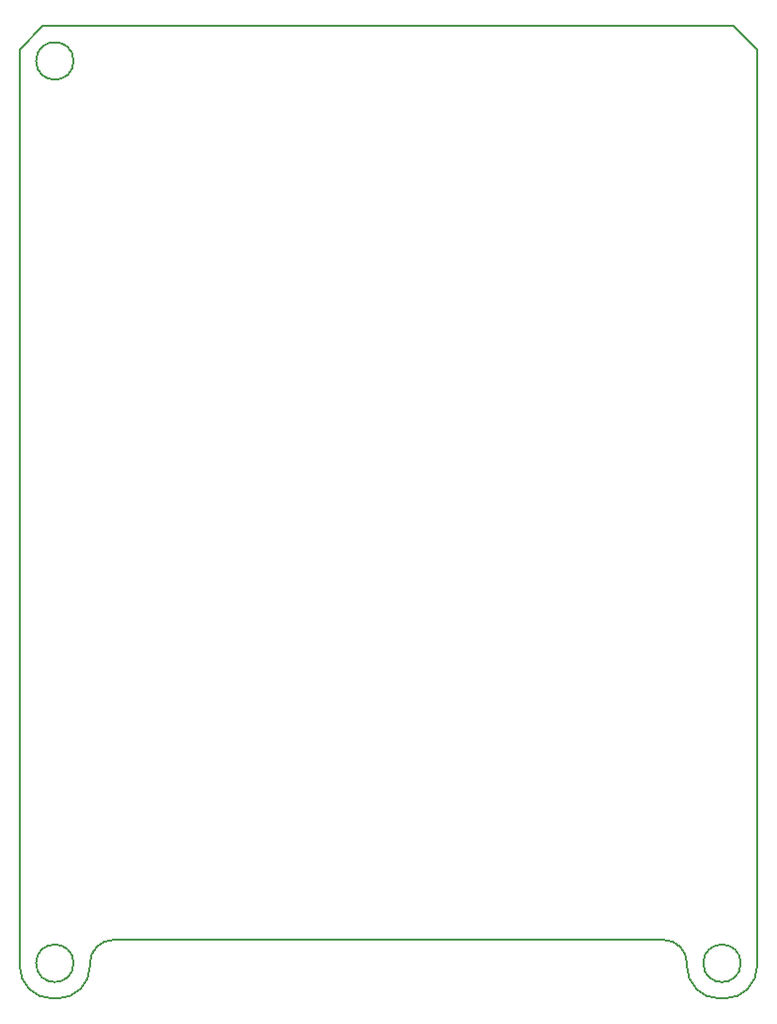
<source format=gko>
G75*
G70*
%OFA0B0*%
%FSLAX25Y25*%
%IPPOS*%
%LPD*%
%AMOC8*
5,1,8,0,0,1.08239X$1,22.5*
%
%ADD40C,0.00787*%
X0000000Y0000000D02*
%LPD*%
G01*
D40*
X0018110Y0314960D02*
G75*
G02*
X0005512Y0314960I-006299J0000000D01*
G01*
X0005512Y0314960D02*
G75*
G02*
X0018110Y0314960I0006299J0000000D01*
G01*
X0023622Y0010826D02*
G75*
G02*
X0012795Y0000000I-010827J0000000D01*
G01*
X0018110Y0011811D02*
G75*
G02*
X0005512Y0011811I-006299J0000000D01*
G01*
X0005512Y0011811D02*
G75*
G02*
X0018110Y0011811I0006299J0000000D01*
G01*
X0248031Y0010826D02*
G75*
G02*
X0237204Y0000000I-010827J0000000D01*
G01*
X0031496Y0019685D02*
X0216531Y0019685D01*
X0010826Y0000000D02*
G75*
G02*
X0000000Y0010826I0000000J0010827D01*
G01*
X0000000Y0318897D02*
X0007874Y0326771D01*
X0216531Y0019685D02*
G75*
G02*
X0224405Y0011811I0000000J-007874D01*
G01*
X0023622Y0011811D02*
G75*
G02*
X0031496Y0019685I0007874J0000000D01*
G01*
X0237204Y0000000D02*
X0235232Y0000000D01*
X0224405Y0011811D02*
X0224405Y0010826D01*
X0248031Y0318897D02*
X0240157Y0326771D01*
X0000000Y0010826D02*
X0000000Y0019685D01*
X0248031Y0010826D02*
X0248031Y0019685D01*
X0000000Y0318897D02*
X0000000Y0019685D01*
X0240157Y0326771D02*
X0007874Y0326771D01*
X0235232Y0000000D02*
G75*
G02*
X0224405Y0010826I0000000J0010827D01*
G01*
X0242515Y0011811D02*
G75*
G02*
X0229917Y0011811I-006299J0000000D01*
G01*
X0229917Y0011811D02*
G75*
G02*
X0242515Y0011811I0006299J0000000D01*
G01*
X0023622Y0010826D02*
X0023622Y0011811D01*
X0012795Y0000000D02*
X0010826Y0000000D01*
X0248031Y0019685D02*
X0248031Y0318897D01*
X0237303Y0173130D02*
G01*
G75*
X0008760Y0034350D02*
G01*
G75*
M02*

</source>
